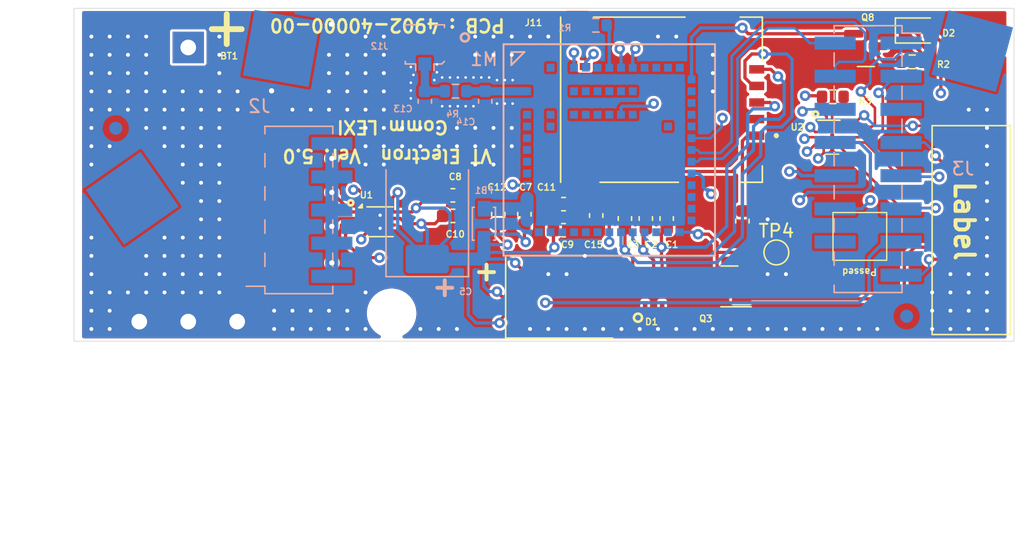
<source format=kicad_pcb>
(kicad_pcb (version 20240108) (generator "pcbnew") (generator_version "8.0")
  (layers (0 "F.Cu" signal) (1 "In1.Cu" signal) (2 "In2.Cu" signal) (31 "B.Cu" signal) (34 "B.Paste" user) (35 "F.Paste" user) (36 "B.SilkS" user "B.Silkscreen") (37 "F.SilkS" user "F.Silkscreen") (38 "B.Mask" user) (39 "F.Mask" user) (44 "Edge.Cuts" user))
  (net 0 "")
  (net 1 "GND")
  (net 6 "/uRST")
  (net 7 "/uCLK")
  (net 8 "/uData")
  (net 9 "/uVDD")
  (net 10 "/VBAT")
  (net 11 "/uPWRKEY")
  (net 12 "/uDTR")
  (net 13 "/TxD")
  (net 14 "/RxD")
  (net 15 "/uDCD")
  (net 16 "/RF_OUT")
  (net 18 "/RXD")
  (net 19 "/TXD")
  (net 20 "/VDD_EXT")
  (net 21 "/DTR")
  (net 22 "/DCD")
  (net 23 "/PWRKEY")
  (net 24 "/Alim")
  (net 28 "Net-(U2-OE)")
  (net 53 "/+3V6d")
  (net 54 "/+3V3_UC")
  (net 55 "/RF_OUT1")
  (net 57 "/D+")
  (net 58 "/D-")
  (net 59 "/Vbus")
  (net 76 "/VBAT_F")
  (net 77 "Net-(M1A-RTS)")
  (net 78 "/U5V")
  (net 79 "/P99")
  (net 80 "Net-(D2-K)")
  (net 81 "/Network")
  (net 82 "Net-(Q8-C)")
  (footprint "Capacitor_SMD:C_0603_1608Metric" (layer "F.Cu") (at 48.4 -6.4 90)
    (property "Reference" "C1")
    (property "Value" "47p")
  )
  (footprint "Capacitor_SMD:C_0603_1608Metric" (layer "F.Cu") (at 46.8 -6.4 90)
    (property "Reference" "C2")
    (property "Value" "47p")
  )
  (footprint "Capacitor_SMD:C_0603_1608Metric" (layer "F.Cu") (at 45.2 -6.4 90)
    (property "Reference" "C3")
    (property "Value" "47p")
  )
  (footprint "Capacitor_SMD:C_0603_1608Metric" (layer "F.Cu") (at 54.2 -6.2 90)
    (property "Reference" "C4" (hide yes))
    (property "Value" "100n")
  )
  (footprint "Capacitor_Tantalum_SMD:CP_EIA-7361-38_AVX-V_Pad2.18x3.30mm_HandSolder" (layer "F.Cu") (at 40.6 -0.4)
    (property "Reference" "C6" (hide yes))
    (property "Value" "TAJD477K006RNJ" (hide yes))
  )
  (footprint "Capacitor_SMD:C_0603_1608Metric" (layer "F.Cu") (at 37.5 -6.725 90)
    (property "Reference" "C7")
    (property "Value" "15p")
  )
  (footprint "Capacitor_SMD:C_0603_1608Metric" (layer "F.Cu") (at 32.025 -8.1748)
    (property "Reference" "C8")
    (property "Value" "100n")
  )
  (footprint "Capacitor_SMD:C_0603_1608Metric" (layer "F.Cu") (at 40.5 -5.5)
    (property "Reference" "C9")
    (property "Value" "68p")
  )
  (footprint "Capacitor_SMD:C_0603_1608Metric" (layer "F.Cu") (at 32.025 -6.6)
    (property "Reference" "C10")
    (property "Value" "100n")
  )
  (footprint "Capacitor_SMD:C_0603_1608Metric" (layer "F.Cu") (at 40.5 -7.5)
    (property "Reference" "C11")
    (property "Value" "10n")
  )
  (footprint "Capacitor_SMD:C_0603_1608Metric" (layer "F.Cu") (at 35.5 -6.725 90)
    (property "Reference" "C12")
    (property "Value" "100n")
  )
  (footprint "Diode_SMD:SC70-6" (layer "F.Cu") (at 47.4 -0.6)
    (property "Reference" "D1")
    (property "Value" "SMF05C.TCT" (hide yes))
  )
  (footprint "Package_TO_SOT_SMD:SOT-23" (layer "F.Cu") (at 63.6625 -19.6)
    (property "Reference" "Q8")
    (property "Value" "PDTC143XT")
  )
  (footprint "Connector_Molex:MOLEX_78646-3001" (layer "F.Cu") (at 48 -15.5 180)
    (property "Reference" "J11")
    (property "Value" "78646-3001" (hide yes))
  )
  (footprint "Package_DFN_QFN:Texas_R_PUQFN-N12" (layer "F.Cu") (at 61.075 -12.625)
    (property "Reference" "U2")
    (property "Value" "TXB0104RUT" (hide yes))
  )
  (footprint "TestPoint:TestPoint_Pad_D1.5mm" (layer "F.Cu") (at 56.8 -3.8)
    (property "Reference" "TP4")
    (property "Value" "TestPoint" (hide yes))
  )
  (footprint "Resistor_SMD:R_0603_1608Metric" (layer "F.Cu") (at 61.125 -15.725)
    (property "Reference" "R3")
    (property "Value" "4k7")
  )
  (footprint "Package_SON:WSON-8-1EP_2x2mm_P0.5mm_EP0.9x1.6mm_ThermalVias" (layer "F.Cu") (at 26.45 -6.15)
    (property "Reference" "U1")
    (property "Value" "TPS22967DSGR")
  )
  (footprint "Battery:HLC1520-3P" (layer "F.Cu") (at 11.75 -19.5 -90)
    (property "Reference" "BT1")
    (property "Value" "HLC1520-3P")
  )
  (footprint "MountingHole:MountingHole_2.5mm  Simpla" (layer "F.Cu") (at 27.3304 0.8636)
    (property "Reference" "H1" (hide yes))
    (property "Value" "MountingHole" (hide yes))
  )
  (footprint "Fiducial:Fiducial_1mm_Mask2mm" (layer "F.Cu") (at 73.4 -19.4)
    (property "Reference" "FID1" (hide yes))
    (property "Value" "Fiducial" (hide yes))
  )
  (footprint "Resistor_SMD:R_0603_1608Metric" (layer "F.Cu") (at 67.2 -18.4 180)
    (property "Reference" "R2")
    (property "Value" "220")
  )
  (footprint "Fiducial:Fiducial_1mm_Mask2mm" (layer "F.Cu") (at 6.223 -2.794)
    (property "Reference" "FID4" (hide yes))
    (property "Value" "Fiducial" (hide yes))
  )
  (footprint "Capacitor_SMD:C_0603_1608Metric" (layer "F.Cu") (at 43 -6.625 -90)
    (property "Reference" "C15")
    (property "Value" "47p")
  )
  (footprint "Symbol:Eticheta" (layer "F.Cu") (at 71.7296 -5.5118 -90)
    (property "Reference" "TP1" (hide yes))
    (property "Value" "Eticheta" (hide yes))
  )
  (footprint "LED_SMD:LED_0805_2012Metric" (layer "F.Cu") (at 67.6 -20.8)
    (property "Reference" "D2")
    (property "Value" "598-8181-102F")
  )
  (footprint "Package_TO_SOT_SMD:SOT-23" (layer "F.Cu") (at 53.2 -1.2 180)
    (property "Reference" "Q3")
    (property "Value" "PDTC143XT")
  )
  (footprint "Capacitor_Tantalum_SMD:CP_EIA-7361-38_AVX-V_Pad2.18x3.30mm_HandSolder" (layer "B.Cu") (at 30.06 -6.48 90)
    (property "Reference" "C5")
    (property "Value" "TAJD477K006RNJ")
  )
  (footprint "Connector_Coaxial:U.FL_Molex_MCRF_73412-0110_Vertical" (layer "B.Cu") (at 29.875 -19.7358 180)
    (property "Reference" "J12")
    (property "Value" "CONUFL001-SMD-T" (hide yes))
  )
  (footprint "Connector_PinHeader_2.54mm:PinHeader_2x08_P2.54mm_Vertical_SMD_MOD" (layer "B.Cu") (at 63.825 -10.95 180)
    (property "Reference" "J3")
    (property "Value" "Conn_02x08_Counter_Clockwise")
  )
  (footprint "ublox:LEXI" (layer "B.Cu") (at 44 -11.65 -90)
    (property "Reference" "M1")
    (property "Value" "LEXI-R422")
  )
  (footprint "TestPoint:TestPoint_Pad_5.1x5.1mm" (layer "B.Cu") (at 18.8976 -19.431 170)
    (property "Reference" "J5" (hide yes))
    (property "Value" "Conn_01x01_Male" (hide yes))
  )
  (footprint "Fiducial:Fiducial_1mm_Mask2mm" (layer "B.Cu") (at 66.7766 1.0922 180)
    (property "Reference" "FID2" (hide yes))
    (property "Value" "Fiducial" (hide yes))
  )
  (footprint "Resistor_SMD:R_0603_1608Metric" (layer "B.Cu") (at 32.225 -16.15)
    (property "Reference" "R4")
    (property "Value" "0")
  )
  (footprint "Resistor_SMD:R_0603_1608Metric" (layer "B.Cu") (at 42.975 -21.2)
    (property "Reference" "R1")
    (property "Value" "0" (hide yes))
  )
  (footprint "Inductor_SMD:L_Walsin_WLFM201209x" (layer "B.Cu") (at 34.4 -6 -90)
    (property "Reference" "FB1")
    (property "Value" "BLM18EG221SN1D")
  )
  (footprint "Connector_PinHeader_2.54mm:PinHeader_2x05_P2.54mm_Vertical_SMD_MOD" (layer "B.Cu") (at 20.225 -7.05)
    (property "Reference" "J2")
    (property "Value" "Conn_02x05_Counter_Clockwise")
  )
  (footprint "Capacitor_SMD:C_0603_1608Metric" (layer "B.Cu") (at 29.875 -15.375 -90)
    (property "Reference" "C13")
    (property "Value" "DNP")
  )
  (footprint "TestPoint:TestPoint_Pad_5.1x5.1mm" (layer "B.Cu") (at 71.8058 -19.2278 165)
    (property "Reference" "J6" (hide yes))
    (property "Value" "Conn_01x01_Male" (hide yes))
  )
  (footprint "TestPoint:TestPoint_Pad_5.1x5.1mm" (layer "B.Cu") (at 7.4676 -7.9502 125)
    (property "Reference" "J4" (hide yes))
    (property "Value" "Conn_01x01_Male" (hide yes))
  )
  (footprint "Fiducial:Fiducial_1mm_Mask2mm" (layer "B.Cu") (at 6.1976 -13.3096 180)
    (property "Reference" "FID3" (hide yes))
    (property "Value" "Fiducial" (hide yes))
  )
  (footprint "Capacitor_SMD:C_0603_1608Metric" (layer "B.Cu") (at 34.5 -15.375 -90)
    (property "Reference" "C14")
    (property "Value" "DNP")
  )
  (gr_circle (center 32.9438 -20.2692) (end 33.253847 -20.2692) (stroke (width 0.2)) (fill none) (layer "B.SilkS"))
  (gr_circle (center 59.8 -14.4) (end 60 -14.4) (stroke (width 0.2)) (fill none) (layer "F.SilkS"))
  (gr_circle (center 46.2 1.2) (end 46.510047 1.2) (stroke (width 0.2)) (fill none) (layer "F.SilkS"))
  (gr_circle (center 24.2 -7.6) (end 24.4 -7.6) (stroke (width 0.2)) (fill none) (layer "F.SilkS"))
  (gr_rect (start 61.1378 -6.858) (end 65.2526 -3.2004) (stroke (width 0.1)) (fill none) (layer "F.SilkS"))
  (gr_line (start 75 3) (end 3 3) (stroke (width 0.05)) (layer "Edge.Cuts"))
  (gr_line (start 3 -22.5) (end 3 3) (stroke (width 0.05)) (layer "Edge.Cuts"))
  (gr_line (start 75 3) (end 75 -22.5) (stroke (width 0.05)) (layer "Edge.Cuts"))
  (gr_line (start 75 -22.5) (end 3 -22.5) (stroke (width 0.05)) (layer "Edge.Cuts"))
  (gr_text "+" (at 31.4 -1.2 0) (layer "B.SilkS") (effects (font (size 1.5 1.5) (thickness 0.3))))
  (gr_text "PCB : 4902-40000-00" (at 27 -21.2 180) (layer "F.SilkS") (effects (font (size 1 1) (thickness 0.2))))
  (gr_text "VT Electron  Ver. 5.0\n" (at 27 -11.2 180) (layer "F.SilkS") (effects (font (size 1 1) (thickness 0.2))))
  (gr_text "Label" (at 71.2 -6.2 270) (layer "F.SilkS") (effects (font (size 1.5 1.5) (thickness 0.3))))
  (gr_text "Passed" (at 63.1698 -2.3114 180) (layer "F.SilkS") (effects (font (size 0.5 0.5) (thickness 0.1))))
  (gr_text "Comm LEXI\n\n" (at 27.4 -14.2 180) (layer "F.SilkS") (effects (font (size 1 1) (thickness 0.2))))
  (gr_text "+" (at 34.6 -2.4 0) (layer "F.SilkS") (effects (font (size 1.5 1.5) (thickness 0.3))))
  (via (at 4.333 -14.736343) (size 0.6) (drill 0.3) (layers "F.Cu" "B.Cu") (net 1))
  (via (at 4.333 -10.536343) (size 0.6) (drill 0.3) (layers "F.Cu" "B.Cu") (net 1))
  (via (at 14.133 -18.936343) (size 0.6) (drill 0.3) (layers "F.Cu" "B.Cu") (net 1))
  (via (at 23.933 -16.136343) (size 0.6) (drill 0.3) (layers "F.Cu" "B.Cu") (net 1))
  (via (at 71.533 -14.736343) (size 0.6) (drill 0.3) (layers "F.Cu" "B.Cu") (net 1))
  (via (at 26.733 -11.936343) (size 0.6) (drill 0.3) (layers "F.Cu" "B.Cu") (net 1))
  (via (at 39.333 -20.336343) (size 0.6) (drill 0.3) (layers "F.Cu" "B.Cu") (net 1))
  (via (at 37.933 2.063657) (size 0.6) (drill 0.3) (layers "F.Cu" "B.Cu") (net 1))
  (via (at 11.333 -13.336343) (size 0.6) (drill 0.3) (layers "F.Cu" "B.Cu") (net 1))
  (via (at 23.933 -17.536343) (size 0.6) (drill 0.3) (layers "F.Cu" "B.Cu") (net 1))
  (via (at 14.133 -7.736343) (size 0.6) (drill 0.3) (layers "F.Cu" "B.Cu") (net 1))
  (via (at 14.133 -6.336343) (size 0.6) (drill 0.3) (layers "F.Cu" "B.Cu") (net 1))
  (via (at 14.133 -16.136343) (size 0.6) (drill 0.3) (layers "F.Cu" "B.Cu") (net 1))
  (via (at 35.4 -15.2) (size 0.4) (drill 0.2) (layers "F.Cu" "B.Cu") (net 1))
  (via (at 32.4 -15) (size 0.4) (drill 0.2) (layers "F.Cu" "B.Cu") (net 1))
  (via (at 9.933 -4.936343) (size 0.6) (drill 0.3) (layers "F.Cu" "B.Cu") (net 1))
  (via (at 35.133 -13.336343) (size 0.6) (drill 0.3) (layers "F.Cu" "B.Cu") (net 1))
  (via (at 72.933 -0.736343) (size 0.6) (drill 0.3) (layers "F.Cu" "B.Cu") (net 1))
  (via (at 61.733 2.063657) (size 0.6) (drill 0.3) (layers "F.Cu" "B.Cu") (net 1))
  (via (at 28.133 -13.336343) (size 0.6) (drill 0.3) (layers "F.Cu" "B.Cu") (net 1))
  (via (at 11.333 -14.736343) (size 0.6) (drill 0.3) (layers "F.Cu" "B.Cu") (net 1))
  (via (at 5.733 -11.936343) (size 0.6) (drill 0.3) (layers "F.Cu" "B.Cu") (net 1))
  (via (at 72.933 -13.336343) (size 0.6) (drill 0.3) (layers "F.Cu" "B.Cu") (net 1))
  (via (at 15.533 -14.736343) (size 0.6) (drill 0.3) (layers "F.Cu" "B.Cu") (net 1))
  (via (at 30.933 -13.336343) (size 0.6) (drill 0.3) (layers "F.Cu" "B.Cu") (net 1))
  (via (at 26.733 -13.336343) (size 0.6) (drill 0.3) (layers "F.Cu" "B.Cu") (net 1))
  (via (at 36.533 -13.336343) (size 0.6) (drill 0.3) (layers "F.Cu" "B.Cu") (net 1))
  (via (at 8.533 -0.736343) (size 0.6) (drill 0.3) (layers "F.Cu" "B.Cu") (net 1))
  (via (at 36.533 -20.336343) (size 0.6) (drill 0.3) (layers "F.Cu" "B.Cu") (net 1))
  (via (at 8.533 -18.936343) (size 0.6) (drill 0.3) (layers "F.Cu" "B.Cu") (net 1))
  (via (at 29 -17.4) (size 0.4) (drill 0.2) (layers "F.Cu" "B.Cu") (net 1))
  (via (at 23.933 -14.736343) (size 0.6) (drill 0.3) (layers "F.Cu" "B.Cu") (net 1))
  (via (at 37.933 -20.336343) (size 0.6) (drill 0.3) (layers "F.Cu" "B.Cu") (net 1))
  (via (at 8.533 -20.336343) (size 0.6) (drill 0.3) (layers "F.Cu" "B.Cu") (net 1))
  (via (at 49.133 -20.336343) (size 0.6) (drill 0.3) (layers "F.Cu" "B.Cu") (net 1))
  (via (at 11.333 -4.936343) (size 0.6) (drill 0.3) (layers "F.Cu" "B.Cu") (net 1))
  (via (at 36.533 -18.936343) (size 0.6) (drill 0.3) (layers "F.Cu" "B.Cu") (net 1))
  (via (at 51.933 -17.536343) (size 0.6) (drill 0.3) (layers "F.Cu" "B.Cu") (net 1))
  (via (at 72.933 -14.736343) (size 0.6) (drill 0.3) (layers "F.Cu" "B.Cu") (net 1))
  (via (at 47.733 -20.336343) (size 0.6) (drill 0.3) (layers "F.Cu" "B.Cu") (net 1))
  (via (at 12.733 -9.136343) (size 0.6) (drill 0.3) (layers "F.Cu" "B.Cu") (net 1))
  (via (at 7.133 -17.536343) (size 0.6) (drill 0.3) (layers "F.Cu" "B.Cu") (net 1))
  (via (at 29.533 -13.336343) (size 0.6) (drill 0.3) (layers "F.Cu" "B.Cu") (net 1))
  (via (at 5.733 -14.736343) (size 0.6) (drill 0.3) (layers "F.Cu" "B.Cu") (net 1))
  (via (at 51.933 -16.136343) (size 0.6) (drill 0.3) (layers "F.Cu" "B.Cu") (net 1))
  (via (at 14.133 -14.736343) (size 0.6) (drill 0.3) (layers "F.Cu" "B.Cu") (net 1))
  (via (at 25.333 -17.536343) (size 0.6) (drill 0.3) (layers "F.Cu" "B.Cu") (net 1))
  (via (at 29.533 -11.936343) (size 0.6) (drill 0.3) (layers "F.Cu" "B.Cu") (net 1))
  (via (at 14.133 -10.536343) (size 0.6) (drill 0.3) (layers "F.Cu" "B.Cu") (net 1))
  (via (at 29.533 2.063657) (size 0.6) (drill 0.3) (layers "F.Cu" "B.Cu") (net 1))
  (via (at 5.733 2.063657) (size 0.6) (drill 0.3) (layers "F.Cu" "B.Cu") (net 1))
  (via (at 15.533 -16.136343) (size 0.6) (drill 0.3) (layers "F.Cu" "B.Cu") (net 1))
  (via (at 19.733 -14.736343) (size 0.6) (drill 0.3) (layers "F.Cu" "B.Cu") (net 1))
  (via (at 26.733 -16.136343) (size 0.6) (drill 0.3) (layers "F.Cu" "B.Cu") (net 1))
  (via (at 39.333 -2.136343) (size 0.6) (drill 0.3) (layers "F.Cu" "B.Cu") (net 1))
  (via (at 53.333 2.063657) (size 0.6) (drill 0.3) (layers "F.Cu" "B.Cu") (net 1))
  (via (at 12.733 -4.936343) (size 0.6) (drill 0.3) (layers "F.Cu" "B.Cu") (net 1))
  (via (at 7.133 -16.136343) (size 0.6) (drill 0.3) (layers "F.Cu" "B.Cu") (net 1))
  (via (at 35.133 -20.336343) (size 0.6) (drill 0.3) (layers "F.Cu" "B.Cu") (net 1))
  (via (at 44.933 2.063657) (size 0.6) (drill 0.3) (layers "F.Cu" "B.Cu") (net 1))
  (via (at 28.8 -18) (size 0.4) (drill 0.2) (layers "F.Cu" "B.Cu") (net 1))
  (via (at 31.8 -15) (size 0.4) (drill 0.2) (layers "F.Cu" "B.Cu") (net 1))
  (via (at 35.133 -18.936343) (size 0.6) (drill 0.3) (layers "F.Cu" "B.Cu") (net 1))
  (via (at 7.133 -18.936343) (size 0.6) (drill 0.3) (layers "F.Cu" "B.Cu") (net 1))
  (via (at 54.733 2.063657) (size 0.6) (drill 0.3) (layers "F.Cu" "B.Cu") (net 1))
  (via (at 12.733 -11.936343) (size 0.6) (drill 0.3) (layers "F.Cu" "B.Cu") (net 1))
  (via (at 23.933 2.063657) (size 0.6) (drill 0.3) (layers "F.Cu" "B.Cu") (net 1))
  (via (at 72.933 0.663657) (size 0.6) (drill 0.3) (layers "F.Cu" "B.Cu") (net 1))
  (via (at 9.933 -16.136343) (size 0.6) (drill 0.3) (layers "F.Cu" "B.Cu") (net 1))
  (via (at 8.533 -13.336343) (size 0.6) (drill 0.3) (layers "F.Cu" "B.Cu") (net 1))
  (via (at 18.1356 -16.1798) (size 0.8) (drill 0.4) (layers "F.Cu" "B.Cu") (net 1))
  (via (at 49.133 2.063657) (size 0.6) (drill 0.3) (layers "F.Cu" "B.Cu") (net 1))
  (via (at 25.333 -18.936343) (size 0.6) (drill 0.3) (layers "F.Cu" "B.Cu") (net 1))
  (via (at 33.733 -18.936343) (size 0.6) (drill 0.3) (layers "F.Cu" "B.Cu") (net 1))
  (via (at 14.133 -2.136343) (size 0.6) (drill 0.3) (layers "F.Cu" "B.Cu") (net 1))
  (via (at 4.333 -17.536343) (size 0.6) (drill 0.3) (layers "F.Cu" "B.Cu") (net 1))
  (via (at 32.4 -17.2) (size 0.4) (drill 0.2) (layers "F.Cu" "B.Cu") (net 1))
  (via (at 18.333 2.063657) (size 0.6) (drill 0.3) (layers "F.Cu" "B.Cu") (net 1))
  (via (at 5.733 -0.736343) (size 0.6) (drill 0.3) (layers "F.Cu" "B.Cu") (net 1))
  (via (at 35.133 -11.936343) (size 0.6) (drill 0.3) (layers "F.Cu" "B.Cu") (net 1))
  (via (at 33.733 -13.336343) (size 0.6) (drill 0.3) (layers "F.Cu" "B.Cu") (net 1))
  (via (at 56.133 2.063657) (size 0.6) (drill 0.3) (layers "F.Cu" "B.Cu") (net 1))
  (via (at 25.333 -10.536343) (size 0.6) (drill 0.3) (layers "F.Cu" "B.Cu") (net 1))
  (via (at 72.933 -11.936343) (size 0.6) (drill 0.3) (layers "F.Cu" "B.Cu") (net 1))
  (via (at 30.6 -17) (size 0.4) (drill 0.2) (layers "F.Cu" "B.Cu") (net 1))
  (via (at 26.733 -17.536343) (size 0.6) (drill 0.3) (layers "F.Cu" "B.Cu") (net 1))
  (via (at 5.733 -18.936343) (size 0.6) (drill 0.3) (layers "F.Cu" "B.Cu") (net 1))
  (via (at 12.733 -7.736343) (size 0.6) (drill 0.3) (layers "F.Cu" "B.Cu") (net 1))
  (via (at 63.133 2.063657) (size 0.6) (drill 0.3) (layers "F.Cu" "B.Cu") (net 1))
  (via (at 72.933 -7.736343) (size 0.6) (drill 0.3) (layers "F.Cu" "B.Cu") (net 1))
  (via (at 26.733 -18.936343) (size 0.6) (drill 0.3) (layers "F.Cu" "B.Cu") (net 1))
  (via (at 22.533 2.063657) (size 0.6) (drill 0.3) (layers "F.Cu" "B.Cu") (net 1))
  (via (at 25.333 -14.736343) (size 0.6) (drill 0.3) (layers "F.Cu" "B.Cu") (net 1))
  (via (at 42.133 2.063657) (size 0.6) (drill 0.3) (layers "F.Cu" "B.Cu") (net 1))
  (via (at 7.133 -14.736343) (size 0.6) (drill 0.3) (layers "F.Cu" "B.Cu") (net 1))
  (via (at 33 -15) (size 0.4) (drill 0.2) (layers "F.Cu" "B.Cu") (net 1))
  (via (at 25.333 -20.336343) (size 0.6) (drill 0.3) (layers "F.Cu" "B.Cu") (net 1))
  (via (at 12.733 -0.736343) (size 0.6) (drill 0.3) (layers "F.Cu" "B.Cu") (net 1))
  (via (at 25.333 2.063657) (size 0.6) (drill 0.3) (layers "F.Cu" "B.Cu") (net 1))
  (via (at 33.733 -20.336343) (size 0.6) (drill 0.3) (layers "F.Cu" "B.Cu") (net 1))
  (via (at 72.933 -10.536343) (size 0.6) (drill 0.3) (layers "F.Cu" "B.Cu") (net 1))
  (via (at 40.733 -2.136343) (size 0.6) (drill 0.3) (layers "F.Cu" "B.Cu") (net 1))
  (via (at 39.333 2.063657) (size 0.6) (drill 0.3) (layers "F.Cu" "B.Cu") (net 1))
  (via (at 4.333 2.063657) (size 0.6) (drill 0.3) (layers "F.Cu" "B.Cu") (net 1))
  (via (at 4.333 -3.536343) (size 0.6) (drill 0.3) (layers "F.Cu" "B.Cu") (net 1))
  (via (at 4.333 -16.136343) (size 0.6) (drill 0.3) (layers "F.Cu" "B.Cu") (net 1))
  (via (at 68.733 0.663657) (size 0.6) (drill 0.3) (layers "F.Cu" "B.Cu") (net 1))
  (via (at 33.733 -11.936343) (size 0.6) (drill 0.3) (layers "F.Cu" "B.Cu") (net 1))
  (via (at 30.933 2.063657) (size 0.6) (drill 0.3) (layers "F.Cu" "B.Cu") (net 1))
  (via (at 72.933 -6.336343) (size 0.6) (drill 0.3) (layers "F.Cu" "B.Cu") (net 1))
  (via (at 14.133 -20.336343) (size 0.6) (drill 0.3) (layers "F.Cu" "B.Cu") (net 1))
  (via (at 23.933 0.663657) (size 0.6) (drill 0.3) (layers "F.Cu" "B.Cu") (net 1))
  (via (at 51.933 -18.936343) (size 0.6) (drill 0.3) (layers "F.Cu" "B.Cu") (net 1))
  (via (at 57.533 -2.136343) (size 0.6) (drill 0.3) (layers "F.Cu" "B.Cu") (net 1))
  (via (at 36.533 -11.936343) (size 0.6) (drill 0.3) (layers "F.Cu" "B.Cu") (net 1))
  (via (at 35.133 -10.536343) (size 0.6) (drill 0.3) (layers "F.Cu" "B.Cu") (net 1))
  (via (at 4.333 -18.936343) (size 0.6) (drill 0.3) (layers "F.Cu" "B.Cu") (net 1))
  (via (at 12.733 -10.536343) (size 0.6) (drill 0.3) (layers "F.Cu" "B.Cu") (net 1))
  (via (at 11.333 -16.136343) (size 0.6) (drill 0.3) (layers "F.Cu" "B.Cu") (net 1))
  (via (at 26.733 -20.336343) (size 0.6) (drill 0.3) (layers "F.Cu" "B.Cu") (net 1))
  (via (at 56.133 -6.336343) (size 0.6) (drill 0.3) (layers "F.Cu" "B.Cu") (net 1))
  (via (at 60.333 2.063657) (size 0.6) (drill 0.3) (layers "F.Cu" "B.Cu") (net 1))
  (via (at 4.333 -20.336343) (size 0.6) (drill 0.3) (layers "F.Cu" "B.Cu") (net 1))
  (via (at 9.933 -3.536343) (size 0.6) (drill 0.3) (layers "F.Cu" "B.Cu") (net 1))
  (via (at 25.333 -0.736343) (size 0.6) (drill 0.3) (layers "F.Cu" "B.Cu") (net 1))
  (via (at 21.133 2.063657) (size 0.6) (drill 0.3) (layers "F.Cu" "B.Cu") (net 1))
  (via (at 14.133 -17.536343) (size 0.6) (drill 0.3) (layers "F.Cu" "B.Cu") (net 1))
  (via (at 36 -15.2) (size 0.4) (drill 0.2) (layers "F.Cu" "B.Cu") (net 1))
  (via (at 22.533 -17.536343) (size 0.6) (drill 0.3) (layers "F.Cu" "B.Cu") (net 1))
  (via (at 22.7076 -21.2852) (size 0.8) (drill 0.4) (layers "F.Cu" "B.Cu") (net 1))
  (via (at 21.133 -14.736343) (size 0.6) (drill 0.3) (layers "F.Cu" "B.Cu") (net 1))
  (via (at 31.2 -15) (size 0.4) (drill 0.2) (layers "F.Cu" "B.Cu") (net 1))
  (via (at 14.133 -0.736343) (size 0.6) (drill 0.3) (layers "F.Cu" "B.Cu") (net 1))
  (via (at 11.333 -10.536343) (size 0.6) (drill 0.3) (layers "F.Cu" "B.Cu") (net 1))
  (via (at 5.733 -20.336343) (size 0.6) (drill 0.3) (layers "F.Cu" "B.Cu") (net 1))
  (via (at 72.933 -9.136343) (size 0.6) (drill 0.3) (layers "F.Cu" "B.Cu") (net 1))
  (via (at 22.533 -14.736343) (size 0.6) (drill 0.3) (layers "F.Cu" "B.Cu") (net 1))
  (via (at 25.333 -13.336343) (size 0.6) (drill 0.3) (layers "F.Cu" "B.Cu") (net 1))
  (via (at 30.933 -11.936343) (size 0.6) (drill 0.3) (layers "F.Cu" "B.Cu") (net 1))
  (via (at 5.733 -17.536343) (size 0.6) (drill 0.3) (layers "F.Cu" "B.Cu") (net 1))
  (via (at 71.533 -0.736343) (size 0.6) (drill 0.3) (layers "F.Cu" "B.Cu") (net 1))
  (via (at 8.533 -17.536343) (size 0.6) (drill 0.3) (layers "F.Cu" "B.Cu") (net 1))
  (via (at 11.333 -11.936343) (size 0.6) (drill 0.3) (layers "F.Cu" "B.Cu") (net 1))
  (via (at 12.733 -3.536343) (size 0.6) (drill 0.3) (layers "F.Cu" "B.Cu") (net 1))
  (via (at 4.333 -11.936343) (size 0.6) (drill 0.3) (layers "F.Cu" "B.Cu") (net 1))
  (via (at 42.133 -3.536343) (size 0.6) (drill 0.3) (layers "F.Cu" "B.Cu") (net 1))
  (via (at 11.333 -0.736343) (size 0.6) (drill 0.3) (layers "F.Cu" "B.Cu") (net 1))
  (via (at 43.533 2.063657) (size 0.6) (drill 0.3) (layers "F.Cu" "B.Cu") (net 1))
  (via (at 9.933 -11.936343) (size 0.6) (drill 0.3) (layers "F.Cu" "B.Cu") (net 1))
  (via (at 14.133 -11.936343) (size 0.6) (drill 0.3) (layers "F.Cu" "B.Cu") (net 1))
  (via (at 32.333 -11.936343) (size 0.6) (drill 0.3) (layers "F.Cu" "B.Cu") (net 1))
  (via (at 28.8 -15.6) (size 0.4) (drill 0.2) (layers "F.Cu" "B.Cu") (net 1))
  (via (at 9.933 -13.336343) (size 0.6) (drill 0.3) (layers "F.Cu" "B.Cu") (net 1))
  (via (at 12.733 -6.336343) (size 0.6) (drill 0.3) (layers "F.Cu" "B.Cu") (net 1))
  (via (at 7.133 -20.336343) (size 0.6) (drill 0.3) (layers "F.Cu" "B.Cu") (net 1))
  (via (at 9.933 -14.736343) (size 0.6) (drill 0.3) (layers "F.Cu" "B.Cu") (net 1))
  (via (at 25.333 -11.936343) (size 0.6) (drill 0.3) (layers "F.Cu" "B.Cu") (net 1))
  (via (at 31.8 -17.2) (size 0.4) (drill 0.2) (layers "F.Cu" "B.Cu") (net 1))
  (via (at 68.733 -0.736343) (size 0.6) (drill 0.3) (layers "F.Cu" "B.Cu") (net 1))
  (via (at 25.333 -16.136343) (size 0.6) (drill 0.3) (layers "F.Cu" "B.Cu") (net 1))
  (via (at 4.333 -13.336343) (size 0.6) (drill 0.3) (layers "F.Cu" "B.Cu") (net 1))
  (via (at 23.933 -18.936343) (size 0.6) (drill 0.3) (layers "F.Cu" "B.Cu") (net 1))
  (via (at 19.733 2.063657) (size 0.6) (drill 0.3) (layers "F.Cu" "B.Cu") (net 1))
  (via (at 19.733 0.663657) (size 0.6) (drill 0.3) (layers "F.Cu" "B.Cu") (net 1))
  (via (at 28.133 -11.936343) (size 0.6) (drill 0.3) (layers "F.Cu" "B.Cu") (net 1))
  (via (at 31.2 -17.2) (size 0.4) (drill 0.2) (layers "F.Cu" "B.Cu") (net 1))
  (via (at 70.133 2.063657) (size 0.6) (drill 0.3) (layers "F.Cu" "B.Cu") (net 1))
  (via (at 71.533 0.663657) (size 0.6) (drill 0.3) (layers "F.Cu" "B.Cu") (net 1))
  (via (at 32.333 -13.336343) (size 0.6) (drill 0.3) (layers "F.Cu" "B.Cu") (net 1))
  (via (at 57.533 2.063657) (size 0.6) (drill 0.3) (layers "F.Cu" "B.Cu") (net 1))
  (via (at 11.333 -2.136343) (size 0.6) (drill 0.3) (layers "F.Cu" "B.Cu") (net 1))
  (via (at 51.933 2.063657) (size 0.6) (drill 0.3) (layers "F.Cu" "B.Cu") (net 1))
  (via (at 71.533 2.063657) (size 0.6) (drill 0.3) (layers "F.Cu" "B.Cu") (net 1))
  (via (at 50.533 2.063657) (size 0.6) (drill 0.3) (layers "F.Cu" "B.Cu") (net 1))
  (via (at 70.133 -0.736343) (size 0.6) (drill 0.3) (layers "F.Cu" "B.Cu") (net 1))
  (via (at 9.933 -0.736343) (size 0.6) (drill 0.3) (layers "F.Cu" "B.Cu") (net 1))
  (via (at 71.533 -2.136343) (size 0.6) (drill 0.3) (layers "F.Cu" "B.Cu") (net 1))
  (via (at 56.133 -2.136343) (size 0.6) (drill 0.3) (layers "F.Cu" "B.Cu") (net 1))
  (via (at 26.733 -14.736343) (size 0.6) (drill 0.3) (layers "F.Cu" "B.Cu") (net 1))
  (via (at 5.733 0.663657) (size 0.6) (drill 0.3) (layers "F.Cu" "B.Cu") (net 1))
  (via (at 4.333 -2.136343) (size 0.6) (drill 0.3) (layers "F.Cu" "B.Cu") (net 1))
  (via (at 28.8 -16.8) (size 0.4) (drill 0.2) (layers "F.Cu" "B.Cu") (net 1))
  (via (at 8.533 -14.736343) (size 0.6) (drill 0.3) (layers "F.Cu" "B.Cu") (net 1))
  (via (at 34.8 -17.2) (size 0.4) (drill 0.2) (layers "F.Cu" "B.Cu") (net 1))
  (via (at 30.8 -18.2) (size 0.4) (drill 0.2) (layers "F.Cu" "B.Cu") (net 1))
  (via (at 36.6 -17) (size 0.4) (drill 0.2) (layers "F.Cu" "B.Cu") (net 1))
  (via (at 36 -17) (size 0.4) (drill 0.2) (layers "F.Cu" "B.Cu") (net 1))
  (via (at 46.333 2.063657) (size 0.6) (drill 0.3) (layers "F.Cu" "B.Cu") (net 1))
  (via (at 14.133 -3.536343) (size 0.6) (drill 0.3) (layers "F.Cu" "B.Cu") (net 1))
  (via (at 11.333 -9.136343) (size 0.6) (drill 0.3) (layers "F.Cu" "B.Cu") (net 1))
  (via (at 8.533 -3.536343) (size 0.6) (drill 0.3) (layers "F.Cu" "B.Cu") (net 1))
  (via (at 22.533 0.663657) (size 0.6) (drill 0.3) (layers "F.Cu" "B.Cu") (net 1))
  (via (at 40.733 2.063657) (size 0.6) (drill 0.3) (layers "F.Cu" "B.Cu") (net 1))
  (via (at 33 -17.2) (size 0.4) (drill 0.2) (layers "F.Cu" "B.Cu") (net 1))
  (via (at 33.6 -15) (size 0.4) (drill 0.2) (layers "F.Cu" "B.Cu") (net 1))
  (via (at 22.533 -16.136343) (size 0.6) (drill 0.3) (layers "F.Cu" "B.Cu") (net 1))
  (via (at 12.733 -14.736343) (size 0.6) (drill 0.3) (layers "F.Cu" "B.Cu") (net 1))
  (via (at 35.4 -17) (size 0.4) (drill 0.2) (layers "F.Cu" "B.Cu") (net 1))
  (via (at 18.333 0.663657) (size 0.6) (drill 0.3) (layers "F.Cu" "B.Cu") (net 1))
  (via (at 12.733 -13.336343) (size 0.6) (drill 0.3) (layers "F.Cu" "B.Cu") (net 1))
  (via (at 26.733 -10.536343) (size 0.6) (drill 0.3) (layers "F.Cu" "B.Cu") (net 1))
  (via (at 68.733 2.063657) (size 0.6) (drill 0.3) (layers "F.Cu" "B.Cu") (net 1))
  (via (at 14.133 -4.936343) (size 0.6) (drill 0.3) (layers "F.Cu" "B.Cu") (net 1))
  (via (at 30.8 -17.6) (size 0.4) (drill 0.2) (layers "F.Cu" "B.Cu") (net 1))
  (via (at 72.933 -4.936343) (size 0.6) (drill 0.3) (layers "F.Cu" "B.Cu") (net 1))
  (via (at 21.133 0.663657) (size 0.6) (drill 0.3) (layers "F.Cu" "B.Cu") (net 1))
  (via (at 22.533 -18.936343) (size 0.6) (drill 0.3) (layers "F.Cu" "B.Cu") (net 1))
  (via (at 72.933 2.063657) (size 0.6) (drill 0.3) (layers "F.Cu" "B.Cu") (net 1))
  (via (at 70.133 0.663657) (size 0.6) (drill 0.3) (layers "F.Cu" "B.Cu") (net 1))
  (via (at 33.6 -17.2) (size 0.4) (drill 0.2) (layers "F.Cu" "B.Cu") (net 1))
  (via (at 34.2 -17.2) (size 0.4) (drill 0.2) (layers "F.Cu" "B.Cu") (net 1))
  (via (at 28.8 -16.2) (size 0.4) (drill 0.2) (layers "F.Cu" "B.Cu") (net 1))
  (via (at 70.133 -2.136343) (size 0.6) (drill 0.3) (layers "F.Cu" "B.Cu") (net 1))
  (via (at 4.333 -4.936343) (size 0.6) (drill 0.3) (layers "F.Cu" "B.Cu") (net 1))
  (via (at 64.533 2.063657) (size 0.6) (drill 0.3) (layers "F.Cu" "B.Cu") (net 1))
  (via (at 14.133 -13.336343) (size 0.6) (drill 0.3) (layers "F.Cu" "B.Cu") (net 1))
  (via (at 4.333 -0.736343) (size 0.6) (drill 0.3) (layers "F.Cu" "B.Cu") (net 1))
  (via (at 72.933 -2.136343) (size 0.6) (drill 0.3) (layers "F.Cu" "B.Cu") (net 1))
  (via (at 33.733 -10.536343) (size 0.6) (drill 0.3) (layers "F.Cu" "B.Cu") (net 1))
  (via (at 14.133 -9.136343) (size 0.6) (drill 0.3) (layers "F.Cu" "B.Cu") (net 1))
  (via (at 36.6 -15.2) (size 0.4) (drill 0.2) (layers "F.Cu" "B.Cu") (net 1))
  (via (at 8.533 -16.136343) (size 0.6) (drill 0.3) (layers "F.Cu" "B.Cu") (net 1))
  (via (at 72.933 -3.536343) (size 0.6) (drill 0.3) (layers "F.Cu" "B.Cu") (net 1))
  (via (at 12.733 -16.136343) (size 0.6) (drill 0.3) (layers "F.Cu" "B.Cu") (net 1))
  (via (at 12.733 -2.136343) (size 0.6) (drill 0.3) (layers "F.Cu" "B.Cu") (net 1))
  (via (at 47.733 2.063657) (size 0.6) (drill 0.3) (layers "F.Cu" "B.Cu") (net 1))
  (via (at 32.333 2.063657) (size 0.6) (drill 0.3) (layers "F.Cu" "B.Cu") (net 1))
  (via (at 4.333 0.663657) (size 0.6) (drill 0.3) (layers "F.Cu" "B.Cu") (net 1))
  (via (at 5.733 -16.136343) (size 0.6) (drill 0.3) (layers "F.Cu" "B.Cu") (net 1))
  (via (at 58.933 2.063657) (size 0.6) (drill 0.3) (layers "F.Cu" "B.Cu") (net 1))
  (via (at 9.933 -2.136343) (size 0.6) (drill 0.3) (layers "F.Cu" "B.Cu") (net 1))
  (via (at 8.533 -2.136343) (size 0.6) (drill 0.3) (layers "F.Cu" "B.Cu") (net 1))
  (via (at 11.333 -3.536343) (size 0.6) (drill 0.3) (layers "F.Cu" "B.Cu") (net 1))
  (via (at 7.133 -0.736343) (size 0.6) (drill 0.3) (layers "F.Cu" "B.Cu") (net 1))
  (segment (start 48.05 -3.05) (end 48 -3.1) (width 0.25) (layer "F.Cu") (net 6))
  (segment (start 48 -5.225) (end 48.4 -5.625) (width 0.25) (layer "F.Cu") (net 6))
  (segment (start 48.05 -1.55) (end 48.05 -3.05) (width 0.25) (layer "F.Cu") (net 6))
  (segment (start 56.6 -15) (end 56.315 -15.285) (width 0.25) (layer "F.Cu") (net 6))
  (segment (start 48 -3.1) (end 48 -4.2) (width 0.25) (layer "F.Cu") (net 6))
  (segment (start 56.315 -15.285) (end 55.295 -15.285) (width 0.25) (layer "F.Cu") (net 6))
  (segment (start 48 -4.2) (end 48 -5.225) (width 0.25) (layer "F.Cu") (net 6))
  (segment (start 56.675 -15) (end 56.6 -15) (width 0.25) (layer "F.Cu") (net 6))
  (via (at 56.675 -15) (size 0.8) (drill 0.4) (layers "F.Cu" "B.Cu") (net 6))
  (via (at 48 -4.2) (size 0.8) (drill 0.4) (layers "F.Cu" "B.Cu") (net 6))
  (segment (start 47.425305 -4.2) (end 48 -4.2) (width 0.25) (layer "B.Cu") (net 6))
  (segment (start 46.7 -5.35) (end 46.7 -4.925305) (width 0.25) (layer "B.Cu") (net 6))
  (segment (start 53 -10.4) (end 54.6 -12) (width 0.25) (layer "B.Cu") (net 6))
  (segment (start 55 -14.8) (end 56.475 -14.8) (width 0.25) (layer "B.Cu") (net 6))
  (segment (start 53 -5.8) (end 53 -10.4) (width 0.25) (layer "B.Cu") (net 6))
  (segment (start 56.475 -14.8) (end 56.675 -15) (width 0.25) (layer "B.Cu") (net 6))
  (segment (start 54.6 -12) (end 54.6 -14.4) (width 0.25) (layer "B.Cu") (net 6))
  (segment (start 48 -4.2) (end 51.4 -4.2) (width 0.25) (layer "B.Cu") (net 6))
  (segment (start 51.4 -4.2) (end 53 -5.8) (width 0.25) (layer "B.Cu") (net 6))
  (segment (start 46.7 -4.925305) (end 47.425305 -4.2) (width 0.25) (layer "B.Cu") (net 6))
  (segment (start 54.6 -14.4) (end 55 -14.8) (width 0.25) (layer "B.Cu") (net 6))
  (segment (start 47.4 -3.2) (end 46.6 -4) (width 0.25) (layer "F.Cu") (net 7))
  (segment (start 56.92 -17.28) (end 56.375 -17.825) (width 0.25) (layer "F.Cu") (net 7))
  (segment (start 46.6 -4) (end 46.6 -5.425) (width 0.25) (layer "F.Cu") (net 7))
  (segment (start 46.6 -5.425) (end 46.8 -5.625) (width 0.25) (layer "F.Cu") (net 7))
  (segment (start 47.4 -1.55) (end 47.4 -3.2) (width 0.25) (layer "F.Cu") (net 7))
  (segment (start 56.375 -17.825) (end 55.295 -17.825) (width 0.25) (layer "F.Cu") (net 7))
  (via (at 46.6 -4) (size 0.8) (drill 0.4) (layers "F.Cu" "B.Cu") (net 7))
  (via (at 56.92 -17.28) (size 0.8) (drill 0.4) (layers "F.Cu" "B.Cu") (net 7))
  (segment (start 53.6 -10.2) (end 55.05 -11.65) (width 0.25) (layer "B.Cu") (net 7))
  (segment (start 45.8 -4.8) (end 46.6 -4) (width 0.25) (layer "B.Cu") (net 7))
  (segment (start 57.4 -16.8) (end 56.92 -17.28) (width 0.25) (layer "B.Cu") (net 7))
  (segment (start 57.4 -14.4) (end 57.4 -16.8) (width 0.25) (layer "B.Cu") (net 7))
  (segment (start 55.05 -13.45) (end 55.6 -14) (width 0.25) (layer "B.Cu") (net 7))
  (segment (start 46.6 -4) (end 47.125 -3.475) (width 0.25) (layer "B.Cu") (net 7))
  (segment (start 45.8 -5.35) (end 45.8 -4.8) (width 0.25) (layer "B.Cu") (net 7))
  (segment (start 47.125 -3.475) (end 51.675 -3.475) (width 0.25) (layer "B.Cu") (net 7))
  (segment (start 55.05 -11.65) (end 55.05 -13.45) (width 0.25) (layer "B.Cu") (net 7))
  (segment (start 57 -14) (end 57.4 -14.4) (width 0.25) (layer "B.Cu") (net 7))
  (segment (start 51.675 -3.475) (end 53.6 -5.4) (width 0.25) (layer "B.Cu") (net 7))
  (segment (start 53.6 -5.4) (end 53.6 -10.2) (width 0.25) (layer "B.Cu") (net 7))
  (segment (start 55.6 -14) (end 57 -14) (width 0.25) (layer "B.Cu") (net 7))
  (segment (start 45.8 -2) (end 46.25 -1.55) (width 0.25) (layer "F.Cu") (net 8))
  (segment (start 55.015 -16.555) (end 55.295 -16.555) (width 0.25) (layer "F.Cu") (net 8))
  (segment (start 45.8 -3.4) (end 45.8 -2) (width 0.25) (layer "F.Cu") (net 8))
  (segment (start 54.395 -17.175) (end 55.015 -16.555) (width 0.25) (layer "F.Cu") (net 8))
  (segment (start 46.25 -1.55) (end 46.75 -1.55) (width 0.25) (layer "F.Cu") (net 8))
  (segment (start 45.2 -4) (end 45.2 -5.625) (width 0.25) (layer "F.Cu") (net 8))
  (segment (start 45.2 -4) (end 45.8 -3.4) (width 0.25) (layer "F.Cu") (net 8))
  (segment (start 54.92 -19) (end 54.395 -18.475) (width 0.25) (layer "F.Cu") (net 8))
  (segment (start 54.395 -18.475) (end 54.395 -17.175) (width 0.25) (layer "F.Cu") (net 8))
  (segment (start 55.8 -19) (end 54.92 -19) (width 0.25) (layer "F.Cu") (net 8))
  (via (at 45.2 -4) (size 0.8) (drill 0.4) (layers "F.Cu" "B.Cu") (net 8))
  (via (at 55.8 -19) (size 0.8) (drill 0.4) (layers "F.Cu" "B.Cu") (net 8))
  (segment (start 54.2 -5) (end 54.2 -9.8) (width 0.25) (layer "B.Cu") (net 8))
  (segment (start 57.6 -19) (end 55.8 -19) (width 0.25) (layer "B.Cu") (net 8))
  (segment (start 58 -18.6) (end 57.6 -19) (width 0.25) (layer "B.Cu") (net 8))
  (segment (start 52.225 -3.025) (end 54.2 -5) (width 0.25) (layer "B.Cu") (net 8))
  (segment (start 55.6 -11.2) (end 55.6 -13) (width 0.25) (layer "B.Cu") (net 8))
  (segment (start 56 -13.4) (end 57.2 -13.4) (width 0.25) (layer "B.Cu") (net 8))
  (segment (start 44.9 -5.35) (end 44.9 -4.3) (width 0.25) (layer "B.Cu") (net 8))
  (segment (start 58 -14.2) (end 58 -18.6) (width 0.25) (layer "B.Cu") (net 8))
  (segment (start 46.175 -3.025) (end 52.225 -3.025) (width 0.25) (layer "B.Cu") (net 8))
  (segment (start 57.2 -13.4) (end 58 -14.2) (width 0.25) (layer "B.Cu") (net 8))
  (segment (start 45.2 -4) (end 46.175 -3.025) (width 0.25) (layer "B.Cu") (net 8))
  (segment (start 54.2 -9.8) (end 55.6 -11.2) (width 0.25) (layer "B.Cu") (net 8))
  (segment (start 55.6 -13) (end 56 -13.4) (width 0.25) (layer "B.Cu") (net 8))
  (segment (start 44.9 -4.3) (end 45.2 -4) (width 0.25) (layer "B.Cu") (net 8))
  (segment (start 43 -7.425) (end 43.975 -7.425) (width 0.25) (layer "F.Cu") (net 9))
  (segment (start 44.6 -10) (end 53.4 -10) (width 0.25) (layer "F.Cu") (net 9))
  (segment (start 54.6 -12.745) (end 55.295 -12.745) (width 0.25) (layer "F.Cu") (net 9))
  (segment (start 54.2 -11) (end 54.2 -12.345) (width 0.25) (layer "F.Cu") (net 9))
  (segment (start 44 -4.6) (end 44 -7.4) (width 0.25) (layer "F.Cu") (net 9))
  (segment (start 53.4 -10) (end 54.2 -10.8) (width 0.25) (layer "F.Cu") (net 9))
  (segment (start 44 -7.4) (end 44 -9.4) (width 0.25) (layer "F.Cu") (net 9))
  (segment (start 54.2 -12.345) (end 54.6 -12.745) (width 0.25) (layer "F.Cu") (net 9))
  (segment (start 54.2 -10.8) (end 54.2 -11) (width 0.25) (layer "F.Cu") (net 9))
  (segment (start 43.975 -7.425) (end 44 -7.4) (width 0.25) (layer "F.Cu") (net 9))
  (segment (start 54.2 -6.975) (end 54.2 -11) (width 0.25) (layer "F.Cu") (net 9))
  (segment (start 44 -9.4) (end 44.6 -10) (width 0.25) (layer "F.Cu") (net 9))
  (via (at 44 -4.6) (size 0.8) (drill 0.4) (layers "F.Cu" "B.Cu") (net 9))
  (segment (start 44 -5.35) (end 44 -4.6) (width 0.25) (layer "B.Cu") (net 9))
  (segment (start 30.65 -6) (end 31.25 -6.6) (width 0.25) (layer "F.Cu") (net 10))
  (segment (start 37.4125 -0.4) (end 35.6 1.4125) (width 0.25) (layer "F.Cu") (net 10))
  (segment (start 28.9 -6.9) (end 29.2 -7.2) (width 0.25) (layer "F.Cu") (net 10))
  (segment (start 39.725 -5.5) (end 39.725 -4.275) (width 0.25) (layer "F.Cu") (net 10))
  (segment (start 35.6 1.4125) (end 35.6 1.6) (width 0.25) (layer "F.Cu") (net 10))
  (segment (start 30.1748 -8.1748) (end 31.25 -8.1748) (width 0.25) (layer "F.Cu") (net 10))
  (segment (start 27.4 -8) (end 27.8 -8.4) (width 0.25) (layer "F.Cu") (net 10))
  (segment (start 37.5 -4.7) (end 37.6 -4.6) (width 0.25) (layer "F.Cu") (net 10))
  (segment (start 27.4 -6.9) (end 27.4 -8) (width 0.25) (layer "F.Cu") (net 10))
  (segment (start 39.725 -4.275) (end 39.8 -4.2) (width 0.25) (layer "F.Cu") (net 10))
  (segment (start 29.2 -7.2) (end 30.1748 -8.1748) (width 0.25) (layer "F.Cu") (net 10))
  (segment (start 36.2 -4.4) (end 35.5 -5.1) (width 0.25) (layer "F.Cu") (net 10))
  (segment (start 35.8 -0.4) (end 35.4 -0.8) (width 0.25) (layer "F.Cu") (net 10))
  (segment (start 37.4125 -2.3875) (end 36.8 -3) (width 0.25) (layer "F.Cu") (net 10))
  (segment (start 35.5 -5.1) (end 35.5 -5.95) (width 0.25) (layer "F.Cu") (net 10))
  (segment (start 27.4 -6.4) (end 28 -6.4) (width 0.25) (layer "F.Cu") (net 10))
  (segment (start 27.4 -6.9) (end 28.9 -6.9) (width 0.25) (layer "F.Cu") (net 10))
  (segment (start 37.5 -5.95) (end 37.5 -4.7) (width 0.25) (layer "F.Cu") (net 10))
  (segment (start 29.6 -6) (end 30.65 -6) (width 0.25) (layer "F.Cu") (net 10))
  (segment (start 39.725 -7.5) (end 39.725 -5.5) (width 0.25) (layer "F.Cu") (net 10))
  (segment (start 29.4 -6) (end 29.6 -6) (width 0.25) (layer "F.Cu") (net 10))
  (segment (start 37.4125 -0.4) (end 35.8 -0.4) (width 0.25) (layer "F.Cu") (net 10))
  (segment (start 28 -6.4) (end 28.4 -6) (width 0.25) (layer "F.Cu") (net 10))
  (segment (start 28.4 -6) (end 29.4 -6) (width 0.25) (layer "F.Cu") (net 10))
  (segment (start 37.4125 -0.4) (end 37.4125 -2.3875) (width 0.25) (layer "F.Cu") (net 10))
  (via (at 29.2 -7.2) (size 0.8) (drill 0.4) (layers "F.Cu" "B.Cu") (net 10))
  (via (at 36.2 -4.4) (size 0.8) (drill 0.4) (layers "F.Cu" "B.Cu") (net 10))
  (via (at 39.8 -4.2) (size 0.8) (drill 0.4) (layers "F.Cu" "B.Cu") (net 10))
  (via (at 35.4 -0.8) (size 0.8) (drill 0.4) (layers "F.Cu" "B.Cu") (net 10))
  (via (at 37.6 -4.6) (size 0.8) (drill 0.4) (layers "F.Cu" "B.Cu") (net 10))
  (via (at 35.6 1.6) (size 0.8) (drill 0.4) (layers "F.Cu" "B.Cu") (net 10))
  (via (at 36.8 -3) (size 0.8) (drill 0.4) (layers "F.Cu" "B.Cu") (net 10))
  (via (at 29.6 -6) (size 0.8) (drill 0.4) (layers "F.Cu" "B.Cu") (net 10))
  (via (at 27.8 -8.4) (size 0.8) (drill 0.4) (layers "F.Cu" "B.Cu") (net 10))
  (segment (start 29.2 -7.2) (end 31.4 -7.2) (width 0.25) (layer "B.Cu") (net 10))
  (segment (start 31.4 -7.2) (end 31.8 -6.8) (width 0.25) (layer "B.Cu") (net 10))
  (segment (start 36.2 -4.4) (end 34.85 -4.4) (width 0.25) (layer "B.Cu") (net 10))
  (segment (start 33.4 -3.2925) (end 36.5075 -3.2925) (width 0.25) (layer "B.Cu") (net 10))
  (segment (start 33.4 -3.2925) (end 30.06 -3.2925) (width 1) (layer "B.Cu") (net 10))
  (segment (start 31.8 -5.0325) (end 30.06 -3.2925) (width 0.25) (layer "B.Cu") (net 10))
  (segment (start 35.6 1.6) (end 33.8 1.6) (width 0.25) (layer "B.Cu") (net 10))
  (segment (start 34.4 -1.2) (end 34.4 -3.6) (width 0.25) (layer "B.Cu") (net 10))
  (segment (start 33.2 -3.0925) (end 33.4 -3.2925) (width 0.25) (layer "B.Cu") (net 10))
  (segment (start 34.4 -4.2) (end 34.4 -3.6) (width 1) (layer "B.Cu") (net 10))
  (segment (start 39.4 -3.8) (end 34.6 -3.8) (width 0.25) (layer "B.Cu") (net 10))
  (segment (start 27.8 -8.4) (end 27.8 -5.5525) (width 0.25) (layer "B.Cu") (net 10))
  (segment (start 37 -5.2) (end 34.75 -5.2) (width 0.25) (layer "B.Cu") (net 10))
  (segment (start 33.2 1) (end 33.2 -3.0925) (width 0.25) (layer "B.Cu") (net 10))
  (segment (start 33.8 1.6) (end 33.2 1) (width 0.25) (layer "B.Cu") (net 10))
  (segment (start 34.4 -4.85) (end 34.4 -4.2) (width 1) (layer "B.Cu") (net 10))
  (segment (start 39.8 -4.2) (end 39.4 -3.8) (width 0.25) (layer "B.Cu") (net 10))
  (segment (start 36 -4.2) (end 36.2 -4.4) (width 0.25) (layer "B.Cu") (net 10))
  (segment (start 34.6 -3.8) (end 34.4 -3.6) (width 0.25) (layer "B.Cu") (net 10))
  (segment (start 34.85 -4.4) (end 34.4 -4.85) (width 0.25) (layer "B.Cu") (net 10))
  (segment (start 36.5075 -3.2925) (end 36.8 -3) (width 0.25) (layer "B.Cu") (net 10))
  (segment (start 30.06 -5.54) (end 30.06 -3.2925) (width 0.25) (layer "B.Cu") (net 10))
  (segment (start 27.8 -5.5525) (end 30.06 -3.2925) (width 0.25) (layer "B.Cu") (net 10))
  (segment (start 29.6 -6) (end 30.06 -5.54) (width 0.25) (layer "B.Cu") (net 10))
  (segment (start 34.4 -3.6) (end 34.0925 -3.2925) (width 1) (layer "B.Cu") (net 10))
  (segment (start 37.6 -4.6) (end 37 -5.2) (width 0.25) (layer "B.Cu") (net 10))
  (segment (start 35.4 -0.8) (end 34.8 -0.8) (width 0.25) (layer "B.Cu") (net 10))
  (segment (start 31.8 -6.8) (end 31.8 -5.0325) (width 0.25) (layer "B.Cu") (net 10))
  (segment (start 34.0925 -3.2925) (end 33.4 -3.2925) (width 1) (layer "B.Cu") (net 10))
  (segment (start 34.8 -0.8) (end 34.4 -1.2) (width 0.25) (layer "B.Cu") (net 10))
  (segment (start 34.75 -5.2) (end 34.4 -4.85) (width 0.25) (layer "B.Cu") (net 10))
  (segment (start 66.6 -3.4) (end 66.6 -1.2) (width 0.25) (layer "F.Cu") (net 11))
  (segment (start 70 -5.8) (end 68.4 -4.2) (width 0.25) (layer "F.Cu") (net 11))
  (segment (start 65.65 -0.25) (end 54.1375 -0.25) (width 0.25) (layer "F.Cu") (net 11))
  (segment (start 70 -10.2) (end 70 -5.8) (width 0.25) (layer "F.Cu") (net 11))
  (segment (start 66.6 -1.2) (end 65.65 -0.25) (width 0.25) (layer "F.Cu") (net 11))
  (segment (start 68.4 -4.2) (end 67.4 -4.2) (width 0.25) (layer "F.Cu") (net 11))
  (segment (start 69 -11.2) (end 70 -10.2) (width 0.25) (layer "F.Cu") (net 11))
  (segment (start 67.4 -4.2) (end 66.6 -3.4) (width 0.25) (layer "F.Cu") (net 11))
  (via (at 69 -11.2) (size 0.8) (drill 0.4) (layers "F.Cu" "B.Cu") (net 11))
  (segment (start 68.17 -12.22) (end 66.35 -12.22) (width 0.2) (layer "B.Cu") (net 11))
  (segment (start 69 -11.2) (end 69 -11.39) (width 0.2) (layer "B.Cu") (net 11))
  (segment (start 69 -11.39) (end 68.17 -12.22) (width 0.2) (layer "B.Cu") (net 11))
  (segment (start 64.1 -13.425) (end 63.475 -13.425) (width 0.2) (layer "F.Cu") (net 12))
  (segment (start 64.35 -14.875) (end 64.35 -13.675) (width 0.2) (layer "F.Cu") (net 12))
  (segment (start 63.475 -13.425) (end 63.075 -13.025) (width 0.2) (layer "F.Cu") (net 12))
  (segment (start 64.35 -13.675) (end 64.1 -13.425) (width 0.2) (layer "F.Cu") (net 12))
  (segment (start 63.275 -15.95) (end 64.35 -14.875) (width 0.2) (layer "F.Cu") (net 12))
  (segment (start 63.075 -13.025) (end 61.725 -13.025) (width 0.2) (layer "F.Cu") (net 12))
  (segment (start 63.275 -15.95) (end 63.275 -16.125) (width 0.2) (layer "F.Cu") (net 12))
  (via (at 63.275 -16.125) (size 0.8) (drill 0.4) (layers "F.Cu" "B.Cu") (net 12))
  (segment (start 63.325 -16.125) (end 64 -16.8) (width 0.2) (layer "B.Cu") (net 12))
  (segment (start 64 -18) (end 64.6 -18.6) (width 0.2) (layer "B.Cu") (net 12))
  (segment (start 64.6 -18.6) (end 65.8 -18.6) (width 0.2) (layer "B.Cu") (net 12))
  (segment (start 64 -16.8) (end 64 -18) (width 0.2) (layer "B.Cu") (net 12))
  (segment (start 65.8 -18.6) (end 66.35 -19.15) (width 0.2) (layer "B.Cu") (net 12))
  (segment (start 63.275 -16.125) (end 63.325 -16.125) (width 0.2) (layer "B.Cu") (net 12))
  (segment (start 66.35 -19.15) (end 66.35 -19.84) (width 0.2) (layer "B.Cu") (net 12))
  (segment (start 63.6 -12.225) (end 61.725 -12.225) (width 0.2) (layer "F.Cu") (net 13))
  (segment (start 66.225 -9.6) (end 63.6 -12.225) (width 0.2) (layer "F.Cu") (net 13))
  (segment (start 69.275 -9.6) (end 66.225 -9.6) (width 0.2) (layer "F.Cu") (net 13))
  (via (at 69.275 -9.6) (size 0.8) (drill 0.4) (layers "F.Cu" "B.Cu") (net 13))
  (segment (start 66.43 -9.6) (end 66.35 -9.68) (width 0.2) (layer "B.Cu") (net 13))
  (segment (start 69.275 -9.6) (end 66.43 -9.6) (width 0.2) (layer "B.Cu") (net 13))
  (segment (start 69 -7.2) (end 66.35 -7.2) (width 0.2) (layer "F.Cu") (net 14))
  (segment (start 66.35 -7.2) (end 61.725 -11.825) (width 0.2) (layer "F.Cu") (net 14))
  (via (at 69 -7.2) (size 0.8) (drill 0.4) (layers "F.Cu" "B.Cu") (net 14))
  (segment (start 69 -7.2) (end 66.41 -7.2) (width 0.2) (layer "B.Cu") (net 14))
  (segment (start 66.41 -7.2) (end 66.35 -7.14) (width 0.2) (layer "B.Cu") (net 14))
  (segment (start 61.725 -12.625) (end 64.35 -12.625) (width 0.2) (layer "F.Cu") (net 15))
  (segment (start 64.95 -15.8) (end 64.725 -16.025) (width 0.2) (layer "F.Cu") (net 15))
  (segment (start 64.35 -12.625) (end 64.95 -13.225) (width 0.2) (layer "F.Cu") (net 15))
  (segment (start 64.725 -16.025) (end 64.625 -16.025) (width 0.2) (layer "F.Cu") (net 15))
  (segment (start 64.95 -13.225) (end 64.95 -15.8) (width 0.2) (layer "F.Cu") (net 15))
  (via (at 64.625 -16.025) (size 0.8) (drill 0.4) (layers "F.Cu" "B.Cu") (net 15))
  (segment (start 65.9 -17.3) (end 66.35 -17.3) (width 0.2) (layer "B.Cu") (net 15))
  (segment (start 64.625 -16.025) (end 65.9 -17.3) (width 0.2) (layer "B.Cu") (net 15))
  (segment (start 34.5 -16.15) (end 33.05 -16.15) (width 0.625) (layer "B.Cu") (net 16))
  (segment (start 34.5 -16.15) (end 37.7 -16.15) (width 0.625) (layer "B.Cu") (net 16))
  (segment (start 59.2 -11.576096) (end 59.148889 -11.524985) (width 0.2) (layer "F.Cu") (net 18))
  (segment (start 59.925 -12.225) (end 59.3 -11.6) (width 0.2) (layer "F.Cu") (net 18))
  (segment (start 60.425 -12.225) (end 59.925 -12.225) (width 0.2) (layer "F.Cu") (net 18))
  (segment (start 59.2 -11.6) (end 59.2 -11.576096) (width 0.2) (layer "F.Cu") (net 18))
  (segment (start 59.3 -11.6) (end 59.2 -11.6) (width 0.2) (layer "F.Cu") (net 18))
  (via (at 59.148889 -11.524985) (size 0.8) (drill 0.4) (layers "F.Cu" "B.Cu") (net 18))
  (via (at 41.3 -19.1) (size 0.8) (drill 0.4) (layers "F.Cu" "B.Cu") (net 18))
  (segment (start 41.3 -17.95) (end 41.3 -19.1) (width 0.25) (layer "B.Cu") (net 18))
  (segment (start 60.425 -11.425) (end 60 -11) (width 0.2) (layer "F.Cu") (net 19))
  (segment (start 60.425 -11.825) (end 60.425 -11.425) (width 0.2) (layer "F.Cu") (net 19))
  (via (at 60 -11) (size 0.8) (drill 0.4) (layers "F.Cu" "B.Cu") (net 19))
  (via (at 42.8 -19) (size 0.8) (drill 0.4) (layers "F.Cu" "B.Cu") (net 19))
  (segment (start 42.2 -18.4) (end 42.8 -19) (width 0.25) (layer "B.Cu") (net 19))
  (segment (start 42.2 -17.95) (end 42.2 -18.4) (width 0.25) (layer "B.Cu") (net 19))
  (segment (start 60.225 -14.625) (end 60.025 -14.625) (width 0.2) (layer "F.Cu") (net 20))
  (segment (start 60.3 -15.725) (end 60.025 -15.45) (width 0.2) (layer "F.Cu") (net 20))
  (segment (start 60.225 -15.8) (end 60.3 -15.725) (width 0.25) (layer "F.Cu") (net 20))
  (segment (start 59 -15.8) (end 60.225 -15.8) (width 0.25) (layer "F.Cu") (net 20))
  (segment (start 60.025 -15.45) (end 60.025 -14.625) (width 0.2) (layer "F.Cu") (net 20))
  (segment (start 60.65 -14.2) (end 60.225 -14.625) (width 0.2) (layer "F.Cu") (net 20))
  (segment (start 60.65 -13.6) (end 60.65 -14.2) (width 0.2) (layer "F.Cu") (net 20))
  (via (at 64.002158 -7.796763) (size 0.8) (drill 0.4) (layers "F.Cu" "B.Cu") (net 20))
  (via (at 36.6 -9) (size 0.8) (drill 0.4) (layers "F.Cu" "B.Cu") (net 20))
  (via (at 59 -15.8) (size 0.8) (drill 0.4) (layers "F.Cu" "B.Cu") (net 20))
  (segment (start 63.345395 -7.14) (end 64.002158 -7.796763) (width 0.25) (layer "B.Cu") (net 20))
  (segment (start 36.65 -8.95) (end 36.6 -9) (width 0.25) (layer "B.Cu") (net 20))
  (segment (start 61.3 -7.14) (end 63.345395 -7.14) (width 0.25) (layer "B.Cu") (net 20))
  (segment (start 37.7 -8.95) (end 36.65 -8.95) (width 0.25) (layer "B.Cu") (net 20))
  (segment (start 59.775 -13.025) (end 59.4 -13.4) (width 0.2) (layer "F.Cu") (net 21))
  (segment (start 60.425 -13.025) (end 59.775 -13.025) (width 0.2) (layer "F.Cu") (net 21))
  (via (at 46 -19.4) (size 0.8) (drill 0.4) (layers "F.Cu" "B.Cu") (net 21))
  (via (at 59.4 -13.4) (size 0.8) (drill 0.4) (layers "F.Cu" "B.Cu") (net 21))
  (segment (start 45.8 -17.95) (end 45.8 -19.2) (width 0.25) (layer "B.Cu") (net 21))
  (segment (start 45.8 -19.2) (end 46 -19.4) (width 0.25) (layer "B.Cu") (net 21))
  (segment (start 60.425 -12.625) (end 59.025 -12.625) (width 0.2) (layer "F.Cu") (net 22))
  (segment (start 59.025 -12.625) (end 58.952785 -12.552785) (width 0.2) (layer "F.Cu") (net 22))
  (segment (start 58.952785 -12.552785) (end 58.952785 -12.505571) (width 0.2) (layer "F.Cu") (net 22))
  (via (at 58.952785 -12.505571) (size 0.8) (drill 0.4) (layers "F.Cu" "B.Cu") (net 22))
  (via (at 44.8 -19.4) (size 0.8) (drill 0.4) (layers "F.Cu" "B.Cu") (net 22))
  (segment (start 44.9 -19.3) (end 44.8 -19.4) (width 0.25) (layer "B.Cu") (net 22))
  (segment (start 44.9 -17.95) (end 44.9 -19.3) (width 0.25) (layer "B.Cu") (net 22))
  (segment (start 51.6 -5.2) (end 50.8 -5.2) (width 0.25) (layer "F.Cu") (net 23))
  (segment (start 52.2625 -1.2) (end 52.2625 -3.8) (width 0.25) (layer "F.Cu") (net 23))
  (segment (start 52.2625 -3.8) (end 52.2625 -4.5375) (width 0.25) (layer "F.Cu") (net 23))
  (segment (start 56.8 -3.8) (end 52.2625 -3.8) (width 0.25) (layer "F.Cu") (net 23))
  (segment (start 52.2625 -4.5375) (end 51.6 -5.2) (width 0.25) (layer "F.Cu") (net 23))
  (via (at 50.8 -5.2) (size 0.8) (drill 0.4) (layers "F.Cu" "B.Cu") (net 23))
  (segment (start 49.4 -5.35) (end 50.65 -5.35) (width 0.25) (layer "B.Cu") (net 23))
  (segment (start 50.65 -5.35) (end 50.8 -5.2) (width 0.25) (layer "B.Cu") (net 23))
  (segment (start 24.5 -5.9) (end 23.8 -5.2) (width 0.25) (layer "F.Cu") (net 24))
  (segment (start 25 -3.4) (end 26.4 -3.4) (width 0.25) (layer "F.Cu") (net 24))
  (segment (start 25.5 -5.9) (end 24.5 -5.9) (width 0.25) (layer "F.Cu") (net 24))
  (segment (start 23.8 -4.6) (end 25 -3.4) (width 0.25) (layer "F.Cu") (net 24))
  (segment (start 23.8 -5.2) (end 23.8 -4.6) (width 0.25) (layer "F.Cu") (net 24))
  (via (at 39.1 0.05) (size 0.8) (drill 0.4) (layers "F.Cu" "B.Cu") (net 24))
  (via (at 26.4 -3.4) (size 0.8) (drill 0.4) (layers "F.Cu" "B.Cu") (net 24))
  (segment (start 65.05 -4.6) (end 66.35 -4.6) (width 0.25) (layer "B.Cu") (net 24))
  (segment (start 63.125 0.05) (end 63.9 -0.725) (width 0.25) (layer "B.Cu") (net 24))
  (segment (start 63.9 -3.45) (end 65.05 -4.6) (width 0.25) (layer "B.Cu") (net 24))
  (segment (start 39.1 0.05) (end 63.125 0.05) (width 0.25) (layer "B.Cu") (net 24))
  (segment (start 63.9 -0.725) (end 63.9 -3.45) (width 0.25) (layer "B.Cu") (net 24))
  (segment (start 61.075 -14.3) (end 61.4 -14.625) (width 0.2) (layer "F.Cu") (net 28))
  (segment (start 61.075 -13.425) (end 61.075 -14.3) (width 0.2) (layer "F.Cu") (net 28))
  (segment (start 61.675 -14.625) (end 61.95 -14.9) (width 0.2) (layer "F.Cu") (net 28))
  (segment (start 61.4 -14.625) (end 61.675 -14.625) (width 0.2) (layer "F.Cu") (net 28))
  (segment (start 61.95 -14.9) (end 61.95 -15.725) (width 0.2) (layer "F.Cu") (net 28))
  (segment (start 25.5 -6.9) (end 25.5 -7.9) (width 0.25) (layer "F.Cu") (net 53))
  (segment (start 69.4 -19.9375) (end 69.4 -16) (width 0.25) (layer "F.Cu") (net 53))
  (segment (start 68.5375 -20.8) (end 69.4 -19.9375) (width 0.25) (layer "F.Cu") (net 53))
  (segment (start 25.5 -7.9) (end 24.8 -8.6) (width 0.25) (layer "F.Cu") (net 53))
  (segment (start 23.35 -6.4) (end 22.75 -5.8) (width 0.25) (layer "F.Cu") (net 53))
  (segment (start 25.5 -6.4) (end 23.35 -6.4) (width 0.25) (layer "F.Cu") (net 53))
  (segment (start 25.5 -6.9) (end 24.25 -6.9) (width 0.25) (layer "F.Cu") (net 53))
  (segment (start 24.25 -6.9) (end 22.75 -8.4) (width 0.25) (layer "F.Cu") (net 53))
  (segment (start 24.8 -8.6) (end 24.4 -8.6) (width 0.25) (layer "F.Cu") (net 53))
  (segment (start 25 -4.9) (end 25 -4.8) (width 0.25) (layer "F.Cu") (net 53))
  (segment (start 25.5 -5.4) (end 25 -4.9) (width 0.25) (layer "F.Cu") (net 53))
  (via (at 22.75 -8.4) (size 0.8) (drill 0.4) (layers "F.Cu" "B.Cu") (net 53))
  (via (at 69.4 -16) (size 0.8) (drill 0.4) (layers "F.Cu" "B.Cu") (net 53))
  (via (at 22.75 -5.8) (size 0.8) (drill 0.4) (layers "F.Cu" "B.Cu") (net 53))
  (via (at 24.4 -8.6) (size 0.8) (drill 0.4) (layers "F.Cu" "B.Cu") (net 53))
  (via (at 25 -4.8) (size 0.8) (drill 0.4) (layers "F.Cu" "B.Cu") (net 53))
  (via (at 22.75 -11) (size 0.8) (drill 0.4) (layers "F.Cu" "B.Cu") (net 53))
  (via (at 22.75 -3) (size 0.8) (drill 0.4) (layers "F.Cu" "B.Cu") (net 53))
  (segment (start 22.75 -11) (end 22.75 -12.13) (width 1) (layer "B.Cu") (net 53))
  (segment (start 22.75 -2.005) (end 22.75 -3) (width 1) (layer "B.Cu") (net 53))
  (segment (start 22.75 -5.8) (end 22.75 -8.4) (width 1) (layer "B.Cu") (net 53))
  (segment (start 22.75 -8.4) (end 22.75 -11) (width 1) (layer "B.Cu") (net 53))
  (segment (start 22.75 -3) (end 22.75 -5.8) (width 1) (layer "B.Cu") (net 53))
  (segment (start 69.3 -13.5) (end 70.3 -13.5) (width 0.25) (layer "F.Cu") (net 54))
  (segment (start 70.8 -4.4) (end 69.675 -3.275) (width 0.25) (layer "F.Cu") (net 54))
  (segment (start 70.8 -13) (end 70.8 -4.4) (width 0.25) (layer "F.Cu") (net 54))
  (segment (start 63.4 -14.3) (end 63.525 -14.3) (width 0.2) (layer "F.Cu") (net 54))
  (segment (start 70.3 -13.5) (end 70.8 -13) (width 0.25) (layer "F.Cu") (net 54))
  (segment (start 69.3 -13.5) (end 67.25 -13.5) (width 0.2) (layer "F.Cu") (net 54))
  (segment (start 69.675 -3.275) (end 68.5 -3.275) (width 0.25) (layer "F.Cu") (net 54))
  (segment (start 61.725 -13.425) (end 62.525 -13.425) (width 0.2) (layer "F.Cu") (net 54))
  (segment (start 62.525 -13.425) (end 63.4 -14.3) (width 0.2) (layer "F.Cu") (net 54))
  (via (at 68.5 -3.275) (size 0.8) (drill 0.4) (layers "F.Cu" "B.Cu") (net 54))
  (via (at 67.25 -13.5) (size 0.8) (drill 0.4) (layers "F.Cu" "B.Cu") (net 54))
  (via (at 63.525 -14.3) (size 0.8) (drill 0.4) (layers "F.Cu" "B.Cu") (net 54))
  (segment (start 64.325 -13.5) (end 67.25 -13.5) (width 0.2) (layer "B.Cu") (net 54))
  (segment (start 68.5 -2.65) (end 68.5 -3.275) (width 0.2) (layer "B.Cu") (net 54))
  (segment (start 66.35 -2.06) (end 67.91 -2.06) (width 0.2) (layer "B.Cu") (net 54))
  (segment (start 63.525 -14.3) (end 64.325 -13.5) (width 0.2) (layer "B.Cu") (net 54))
  (segment (start 67.91 -2.06) (end 68.5 -2.65) (width 0.2) (layer "B.Cu") (net 54))
  (segment (start 31.4 -16.15) (end 29.875 -16.15) (width 0.625) (layer "B.Cu") (net 55))
  (segment (start 29.875 -16.15) (end 29.875 -18.2296) (width 0.625) (layer "B.Cu") (net 55))
  (segment (start 50.3 -11.65) (end 50.750001 -11.65) (width 0.2) (layer "B.Cu") (net 57))
  (segment (start 63.6 -18.6) (end 63.4 -18.4) (width 0.2) (layer "B.Cu") (net 57))
  (segment (start 63.4 -18.4) (end 61.6 -18.4) (width 0.2) (layer "B.Cu") (net 57))
  (segment (start 62.775 -21.425) (end 63.6 -20.6) (width 0.2) (layer "B.Cu") (net 57))
  (segment (start 61.6 -18.4) (end 61.3 -18.1) (width 0.2) (layer "B.Cu") (net 57))
  (segment (start 50.750001 -11.65) (end 50.975001 -11.425) (width 0.2) (layer "B.Cu") (net 57))
  (segment (start 63.6 -20.6) (end 63.6 -18.6) (width 0.2) (layer "B.Cu") (net 57))
  (segment (start 50.975001 -11.425) (end 52.5068 -11.425) (width 0.2) (layer "B.Cu") (net 57))
  (segment (start 55.9568 -21.425) (end 62.775 -21.425) (width 0.2) (layer "B.Cu") (net 57))
  (segment (start 61.3 -18.1) (end 61.3 -17.3) (width 0.2) (layer "B.Cu") (net 57))
  (segment (start 53.375 -12.2932) (end 53.375 -18.8432) (width 0.2) (layer "B.Cu") (net 57))
  (segment (start 53.375 -18.8432) (end 55.9568 -21.425) (width 0.2) (layer "B.Cu") (net 57))
  (segment (start 52.5068 -11.425) (end 53.375 -12.2932) (width 0.2) (layer "B.Cu") (net 57))
  (segment (start 52.6932 -10.975) (end 53.825 -12.1068) (width 0.2) (layer "B.Cu") (net 58))
  (segment (start 53.825 -12.1068) (end 53.825 -18.6568) (width 0.2) (layer "B.Cu") (net 58))
  (segment (start 56.1432 -20.975) (end 58.225 -20.975) (width 0.2) (layer "B.Cu") (net 58))
  (segment (start 50.3 -10.75) (end 50.750001 -10.75) (width 0.2) (layer "B.Cu") (net 58))
  (segment (start 53.825 -18.6568) (end 56.1432 -20.975) (width 0.2) (layer "B.Cu") (net 58))
  (segment (start 50.750001 -10.75) (end 50.975001 -10.975) (width 0.2) (layer "B.Cu") (net 58))
  (segment (start 58.225 -20.975) (end 59.36 -19.84) (width 0.2) (layer "B.Cu") (net 58))
  (segment (start 59.36 -19.84) (end 61.3 -19.84) (width 0.2) (layer "B.Cu") (net 58))
  (segment (start 50.975001 -10.975) (end 52.6932 -10.975) (width 0.2) (layer "B.Cu") (net 58))
  (via (at 58.8 -14.6) (size 0.8) (drill 0.4) (layers "F.Cu" "B.Cu") (net 59))
  (via (at 52.675 -14.1) (size 0.8) (drill 0.4) (layers "F.Cu" "B.Cu") (net 59))
  (segment (start 52.6 -14.025) (end 52.675 -14.1) (width 0.2) (layer "B.Cu") (net 59))
  (segment (start 58.96 -14.76) (end 61.3 -14.76) (width 0.2) (layer "B.Cu") (net 59))
  (segment (start 51.75 -12.55) (end 52.6 -13.4) (width 0.2) (layer "B.Cu") (net 59))
  (segment (start 50.3 -12.55) (end 51.75 -12.55) (width 0.2) (layer "B.Cu") (net 59))
  (segment (start 58.8 -14.6) (end 58.96 -14.76) (width 0.2) (layer "B.Cu") (net 59))
  (segment (start 52.6 -13.4) (end 52.6 -14.025) (width 0.2) (layer "B.Cu") (net 59))
  (segment (start 37.7 -7.15) (end 37.7 -7.95) (width 1) (layer "B.Cu") (net 76))
  (segment (start 37.7 -7.15) (end 37.7 -6.25) (width 1) (layer "B.Cu") (net 76))
  (segment (start 37.7 -7.15) (end 34.4 -7.15) (width 1) (layer "B.Cu") (net 76))
  (segment (start 44 -17.95) (end 44 -21) (width 0.25) (layer "B.Cu") (net 77))
  (segment (start 44 -21) (end 43.8 -21.2) (width 0.25) (layer "B.Cu") (net 77))
  (via (at 58.6 -7.8) (size 0.8) (drill 0.4) (layers "F.Cu" "B.Cu") (net 78))
  (via (at 51.8 -8.275) (size 0.8) (drill 0.4) (layers "F.Cu" "B.Cu") (net 78))
  (segment (start 51.2 -9.5) (end 51.2 -8.8) (width 0.25) (layer "B.Cu") (net 78))
  (segment (start 50.85 -9.85) (end 51.2 -9.5) (width 0.25) (layer "B.Cu") (net 78))
  (segment (start 51.6 -8.6) (end 51.8 -8.4) (width 0.25) (layer "B.Cu") (net 78))
  (segment (start 50.3 -9.85) (end 50.85 -9.85) (width 0.25) (layer "B.Cu") (net 78))
  (segment (start 64 -8.8) (end 63.6 -8.4) (width 0.25) (layer "B.Cu") (net 78))
  (segment (start 61.3 -12.22) (end 63.18 -12.22) (width 0.25) (layer "B.Cu") (net 78))
  (segment (start 51.8 -8.4) (end 51.8 -8.275) (width 0.25) (layer "B.Cu") (net 78))
  (segment (start 64 -11.4) (end 64 -8.8) (width 0.25) (layer "B.Cu") (net 78))
  (segment (start 63.6 -8.4) (end 59.2 -8.4) (width 0.25) (layer "B.Cu") (net 78))
  (segment (start 63.18 -12.22) (end 64 -11.4) (width 0.25) (layer "B.Cu") (net 78))
  (segment (start 51.4 -8.6) (end 51.6 -8.6) (width 0.25) (layer "B.Cu") (net 78))
  (segment (start 51.2 -8.8) (end 51.4 -8.6) (width 0.25) (layer "B.Cu") (net 78))
  (segment (start 59.2 -8.4) (end 58.6 -7.8) (width 0.25) (layer "B.Cu") (net 78))
  (via (at 47.4 -15.2) (size 0.8) (drill 0.4) (layers "F.Cu" "B.Cu") (net 79))
  (via (at 57.8 -10) (size 0.8) (drill 0.4) (layers "F.Cu" "B.Cu") (net 79))
  (segment (start 44.9 -14.9) (end 45 -15) (width 0.25) (layer "B.Cu") (net 79))
  (segment (start 61.3 -9.68) (end 58.72 -9.68) (width 0.25) (layer "B.Cu") (net 79))
  (segment (start 47.2 -15) (end 47.4 -15.2) (width 0.25) (layer "B.Cu") (net 79))
  (segment (start 44.9 -14.35) (end 44.9 -14.9) (width 0.25) (layer "B.Cu") (net 79))
  (segment (start 58.72 -9.68) (end 58.4 -10) (width 0.25) (layer "B.Cu") (net 79))
  (segment (start 58.4 -10) (end 57.8 -10) (width 0.25) (layer "B.Cu") (net 79))
  (segment (start 45 -15) (end 47.2 -15) (width 0.25) (layer "B.Cu") (net 79))
  (segment (start 66.6625 -20.8) (end 67.4 -20.0625) (width 0.25) (layer "F.Cu") (net 80))
  (segment (start 67.4 -19.6) (end 68.025 -18.975) (width 0.25) (layer "F.Cu") (net 80))
  (segment (start 67.4 -20.0625) (end 67.4 -19.6) (width 0.25) (layer "F.Cu") (net 80))
  (segment (start 68.025 -18.975) (end 68.025 -18.4) (width 0.25) (layer "F.Cu") (net 80))
  (segment (start 54.2 -21) (end 54.65 -20.55) (width 0.25) (layer "F.Cu") (net 81))
  (segment (start 54.65 -20.55) (end 62.725 -20.55) (width 0.25) (layer "F.Cu") (net 81))
  (via (at 54.2 -21) (size 0.8) (drill 0.4) (layers "F.Cu" "B.Cu") (net 81))
  (segment (start 51 -21) (end 54.2 -21) (width 0.25) (layer "B.Cu") (net 81))
  (segment (start 50.3 -17.05) (end 50.3 -20.3) (width 0.25) (layer "B.Cu") (net 81))
  (segment (start 50.3 -20.3) (end 51 -21) (width 0.25) (layer "B.Cu") (net 81))
  (segment (start 65 -18.4) (end 66.375 -18.4) (width 0.25) (layer "F.Cu") (net 82))
  (segment (start 64.6 -19.6) (end 64.6 -18.8) (width 0.25) (layer "F.Cu") (net 82))
  (segment (start 64.6 -18.8) (end 65 -18.4) (width 0.25) (layer "F.Cu") (net 82))
  (zone (net 1) (net_name "GND") (layer "F.Cu") (name "stitch_zone_0") (connect_pads (clearance 0.508)) (min_thickness 0.254) (fill yes (thermal_gap 0.508) (thermal_bridge_width 0.508))
    (polygon (pts (xy 32.6 -15.9) (xy 35.4 -15.9) (xy 35.4 -12.8) (xy 27.5 -12.8) (xy 27.5 -17.9) (xy 32.6 -17.9)))
  )
  (zone (net 1) (net_name "GND") (layers "F.Cu" "In2.Cu" "B.Cu") (name "stitch_zone_0") (connect_pads yes (clearance 0.2)) (min_thickness 0.254) (fill yes (thermal_gap 0.508) (thermal_bridge_width 0.508))
    (polygon (pts (xy 74.4192 2.78) (xy 3.625 2.78) (xy 3.625 -22.2844) (xy 74.4192 -22.2844)))
  )
)
</source>
